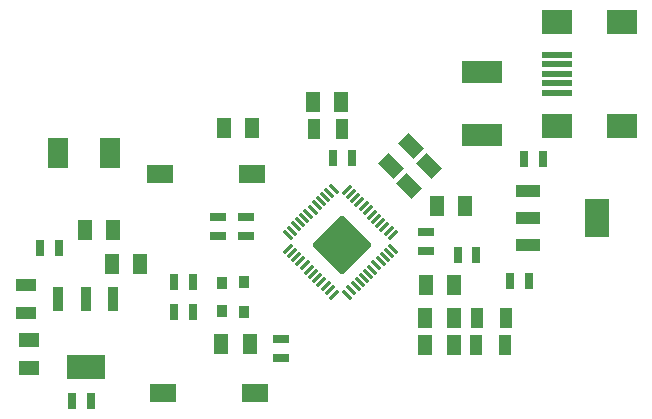
<source format=gtp>
G04*
G04 #@! TF.GenerationSoftware,Altium Limited,Altium Designer,22.9.1 (49)*
G04*
G04 Layer_Color=8421504*
%FSLAX44Y44*%
%MOMM*%
G71*
G04*
G04 #@! TF.SameCoordinates,24B0C1BF-96A6-467D-9BB2-DF91BAA7A13C*
G04*
G04*
G04 #@! TF.FilePolarity,Positive*
G04*
G01*
G75*
G04:AMPARAMS|DCode=15|XSize=0.3mm|YSize=1mm|CornerRadius=0mm|HoleSize=0mm|Usage=FLASHONLY|Rotation=135.000|XOffset=0mm|YOffset=0mm|HoleType=Round|Shape=Rectangle|*
%AMROTATEDRECTD15*
4,1,4,0.4596,0.2475,-0.2475,-0.4596,-0.4596,-0.2475,0.2475,0.4596,0.4596,0.2475,0.0*
%
%ADD15ROTATEDRECTD15*%

G04:AMPARAMS|DCode=16|XSize=3.6mm|YSize=3.6mm|CornerRadius=0.09mm|HoleSize=0mm|Usage=FLASHONLY|Rotation=45.000|XOffset=0mm|YOffset=0mm|HoleType=Round|Shape=RoundedRectangle|*
%AMROUNDEDRECTD16*
21,1,3.6000,3.4200,0,0,45.0*
21,1,3.4200,3.6000,0,0,45.0*
1,1,0.1800,2.4183,0.0000*
1,1,0.1800,0.0000,-2.4183*
1,1,0.1800,-2.4183,0.0000*
1,1,0.1800,0.0000,2.4183*
%
%ADD16ROUNDEDRECTD16*%
G04:AMPARAMS|DCode=17|XSize=0.3mm|YSize=1mm|CornerRadius=0mm|HoleSize=0mm|Usage=FLASHONLY|Rotation=225.000|XOffset=0mm|YOffset=0mm|HoleType=Round|Shape=Rectangle|*
%AMROTATEDRECTD17*
4,1,4,-0.2475,0.4596,0.4596,-0.2475,0.2475,-0.4596,-0.4596,0.2475,-0.2475,0.4596,0.0*
%
%ADD17ROTATEDRECTD17*%

G04:AMPARAMS|DCode=18|XSize=1.9mm|YSize=3.37mm|CornerRadius=0.0665mm|HoleSize=0mm|Usage=FLASHONLY|Rotation=90.000|XOffset=0mm|YOffset=0mm|HoleType=Round|Shape=RoundedRectangle|*
%AMROUNDEDRECTD18*
21,1,1.9000,3.2370,0,0,90.0*
21,1,1.7670,3.3700,0,0,90.0*
1,1,0.1330,1.6185,0.8835*
1,1,0.1330,1.6185,-0.8835*
1,1,0.1330,-1.6185,-0.8835*
1,1,0.1330,-1.6185,0.8835*
%
%ADD18ROUNDEDRECTD18*%
%ADD19R,0.9000X1.0000*%
%ADD20R,2.1500X1.0000*%
%ADD21R,2.1500X3.2500*%
%ADD22R,2.1500X1.0000*%
%ADD23R,2.1800X1.6000*%
%ADD24R,1.2000X1.8000*%
G04:AMPARAMS|DCode=25|XSize=1.2mm|YSize=1.8mm|CornerRadius=0mm|HoleSize=0mm|Usage=FLASHONLY|Rotation=225.000|XOffset=0mm|YOffset=0mm|HoleType=Round|Shape=Rectangle|*
%AMROTATEDRECTD25*
4,1,4,-0.2121,1.0607,1.0607,-0.2121,0.2121,-1.0607,-1.0607,0.2121,-0.2121,1.0607,0.0*
%
%ADD25ROTATEDRECTD25*%

%ADD26R,1.8000X1.2000*%
%ADD27R,1.1000X1.7000*%
%ADD28R,1.7000X1.1000*%
%ADD29R,2.5000X2.0000*%
%ADD30R,2.5000X0.5000*%
%ADD31R,1.8000X2.5000*%
%ADD32R,0.8000X1.4000*%
%ADD33R,1.4000X0.8000*%
%ADD34R,0.9500X2.1500*%
%ADD35R,3.2500X2.1500*%
D15*
X316932Y233018D02*
D03*
X320468Y229483D02*
D03*
X345217Y204734D02*
D03*
X341681Y208270D02*
D03*
X338146Y211805D02*
D03*
X331075Y218876D02*
D03*
X327539Y222412D02*
D03*
X334610Y215341D02*
D03*
X324003Y225947D02*
D03*
X313397Y236554D02*
D03*
X309861Y240090D02*
D03*
X306326Y243625D02*
D03*
X256404Y193562D02*
D03*
X270546Y179420D02*
D03*
X267011Y182955D02*
D03*
X263475Y186491D02*
D03*
X259940Y190026D02*
D03*
X295295Y154671D02*
D03*
X291759Y158207D02*
D03*
X288224Y161742D02*
D03*
X277617Y172349D02*
D03*
X281153Y168813D02*
D03*
X284688Y165278D02*
D03*
X274082Y175884D02*
D03*
D16*
X302260Y196850D02*
D03*
D17*
X306609Y154600D02*
D03*
X310144Y158136D02*
D03*
X313680Y161672D02*
D03*
X317215Y165207D02*
D03*
X295012Y244261D02*
D03*
X320751Y168743D02*
D03*
X324286Y172278D02*
D03*
X327822Y175814D02*
D03*
X331357Y179349D02*
D03*
X334893Y182885D02*
D03*
X338428Y186420D02*
D03*
X341964Y189956D02*
D03*
X345500Y193491D02*
D03*
X291477Y240726D02*
D03*
X287941Y237190D02*
D03*
X284406Y233655D02*
D03*
X280870Y230119D02*
D03*
X277334Y226584D02*
D03*
X273799Y223048D02*
D03*
X270263Y219513D02*
D03*
X266728Y215977D02*
D03*
X263192Y212442D02*
D03*
X259657Y208906D02*
D03*
X256121Y205371D02*
D03*
D18*
X420370Y342900D02*
D03*
Y289700D02*
D03*
D19*
X200680Y140370D02*
D03*
X218880Y140170D02*
D03*
X218880Y164970D02*
D03*
X200680Y164670D02*
D03*
D20*
X459950Y196710D02*
D03*
Y219710D02*
D03*
D21*
X517950D02*
D03*
D22*
X459950Y242710D02*
D03*
D23*
X147690Y256540D02*
D03*
X225690D02*
D03*
X150230Y71120D02*
D03*
X228230D02*
D03*
D24*
X382400Y229870D02*
D03*
X406400D02*
D03*
X225930Y295910D02*
D03*
X201930D02*
D03*
X224090Y113030D02*
D03*
X200090D02*
D03*
X396810Y134620D02*
D03*
X372810D02*
D03*
X373380Y162560D02*
D03*
X397380D02*
D03*
X396810Y111760D02*
D03*
X372810D02*
D03*
X301560Y317500D02*
D03*
X277560D02*
D03*
X84520Y209550D02*
D03*
X108520D02*
D03*
X107380Y180340D02*
D03*
X131380D02*
D03*
D25*
X360275Y280265D02*
D03*
X343305Y263295D02*
D03*
X375515Y263755D02*
D03*
X358545Y246785D02*
D03*
D26*
X36830Y92140D02*
D03*
Y116140D02*
D03*
D27*
X302260Y294640D02*
D03*
X278260D02*
D03*
X440690Y134620D02*
D03*
X416690D02*
D03*
X439990Y111760D02*
D03*
X415990D02*
D03*
D28*
X34290Y163130D02*
D03*
Y139130D02*
D03*
D29*
X539490Y297630D02*
D03*
Y385630D02*
D03*
X484490D02*
D03*
Y297630D02*
D03*
D30*
Y357630D02*
D03*
Y349630D02*
D03*
Y341630D02*
D03*
Y333630D02*
D03*
Y325630D02*
D03*
D31*
X61820Y274320D02*
D03*
X105820D02*
D03*
D32*
X175640Y139700D02*
D03*
X159640D02*
D03*
X176020Y165100D02*
D03*
X160020D02*
D03*
X444120Y166370D02*
D03*
X460120D02*
D03*
X472440Y269240D02*
D03*
X456440D02*
D03*
X416050Y187960D02*
D03*
X400050D02*
D03*
X310260Y270510D02*
D03*
X294260D02*
D03*
X46230Y194310D02*
D03*
X62230D02*
D03*
X73660Y64770D02*
D03*
X89660D02*
D03*
D33*
X196850Y220090D02*
D03*
Y204090D02*
D03*
X373380Y191390D02*
D03*
Y207390D02*
D03*
X220980Y220090D02*
D03*
Y204090D02*
D03*
X250190Y117220D02*
D03*
Y101220D02*
D03*
D34*
X108090Y151130D02*
D03*
X85090D02*
D03*
X62090D02*
D03*
D35*
X85090Y93130D02*
D03*
M02*

</source>
